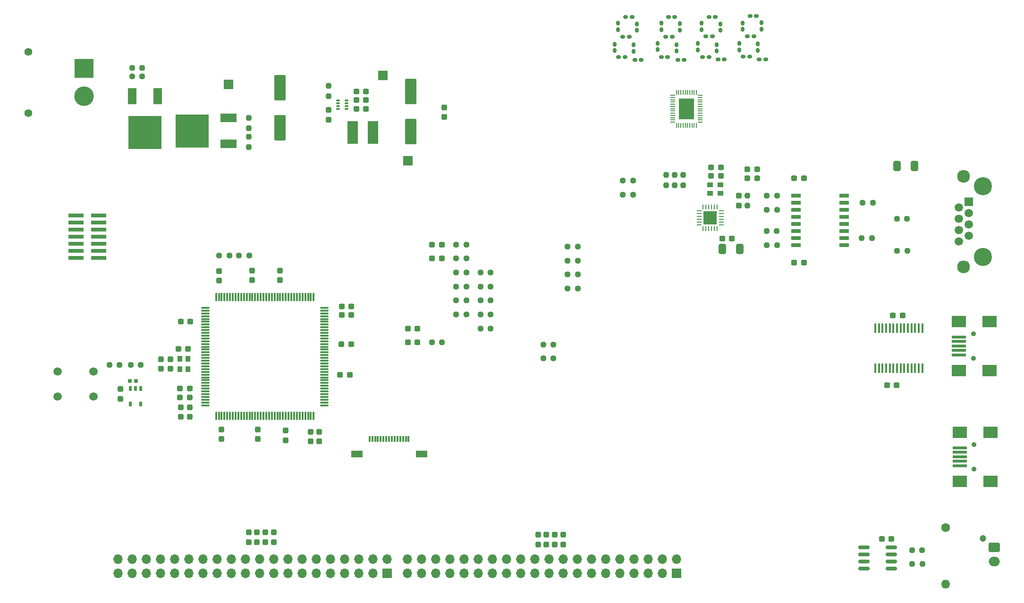
<source format=gbr>
%TF.GenerationSoftware,KiCad,Pcbnew,8.0.5*%
%TF.CreationDate,2024-09-23T23:51:48+09:00*%
%TF.ProjectId,MCU_Unit,4d43555f-556e-4697-942e-6b696361645f,rev?*%
%TF.SameCoordinates,Original*%
%TF.FileFunction,Soldermask,Top*%
%TF.FilePolarity,Negative*%
%FSLAX46Y46*%
G04 Gerber Fmt 4.6, Leading zero omitted, Abs format (unit mm)*
G04 Created by KiCad (PCBNEW 8.0.5) date 2024-09-23 23:51:48*
%MOMM*%
%LPD*%
G01*
G04 APERTURE LIST*
G04 Aperture macros list*
%AMRoundRect*
0 Rectangle with rounded corners*
0 $1 Rounding radius*
0 $2 $3 $4 $5 $6 $7 $8 $9 X,Y pos of 4 corners*
0 Add a 4 corners polygon primitive as box body*
4,1,4,$2,$3,$4,$5,$6,$7,$8,$9,$2,$3,0*
0 Add four circle primitives for the rounded corners*
1,1,$1+$1,$2,$3*
1,1,$1+$1,$4,$5*
1,1,$1+$1,$6,$7*
1,1,$1+$1,$8,$9*
0 Add four rect primitives between the rounded corners*
20,1,$1+$1,$2,$3,$4,$5,0*
20,1,$1+$1,$4,$5,$6,$7,0*
20,1,$1+$1,$6,$7,$8,$9,0*
20,1,$1+$1,$8,$9,$2,$3,0*%
G04 Aperture macros list end*
%ADD10R,1.700000X0.750000*%
%ADD11C,1.500000*%
%ADD12R,3.000000X1.600000*%
%ADD13R,6.000000X6.000000*%
%ADD14R,1.600000X3.000000*%
%ADD15R,1.850000X4.100000*%
%ADD16R,2.790000X0.740000*%
%ADD17R,1.700000X1.700000*%
%ADD18O,1.700000X1.700000*%
%ADD19R,0.300000X1.000000*%
%ADD20R,2.000000X1.300000*%
%ADD21R,0.600000X0.900000*%
%ADD22C,3.250000*%
%ADD23R,1.500000X1.500000*%
%ADD24C,2.300000*%
%ADD25RoundRect,0.160000X-0.222500X-0.160000X0.222500X-0.160000X0.222500X0.160000X-0.222500X0.160000X0*%
%ADD26RoundRect,0.160000X0.160000X-0.222500X0.160000X0.222500X-0.160000X0.222500X-0.160000X-0.222500X0*%
%ADD27RoundRect,0.237500X0.287500X0.237500X-0.287500X0.237500X-0.287500X-0.237500X0.287500X-0.237500X0*%
%ADD28R,0.950000X1.050000*%
%ADD29R,0.450000X1.750000*%
%ADD30RoundRect,0.050000X0.362500X0.050000X-0.362500X0.050000X-0.362500X-0.050000X0.362500X-0.050000X0*%
%ADD31RoundRect,0.050000X0.050000X0.362500X-0.050000X0.362500X-0.050000X-0.362500X0.050000X-0.362500X0*%
%ADD32R,2.800000X3.800000*%
%ADD33RoundRect,0.150000X-0.825000X-0.150000X0.825000X-0.150000X0.825000X0.150000X-0.825000X0.150000X0*%
%ADD34RoundRect,0.050000X-0.285000X-0.100000X0.285000X-0.100000X0.285000X0.100000X-0.285000X0.100000X0*%
%ADD35R,1.050000X0.950000*%
%ADD36RoundRect,0.062500X-0.062500X0.325000X-0.062500X-0.325000X0.062500X-0.325000X0.062500X0.325000X0*%
%ADD37RoundRect,0.062500X-0.325000X0.062500X-0.325000X-0.062500X0.325000X-0.062500X0.325000X0.062500X0*%
%ADD38R,2.450000X2.450000*%
%ADD39RoundRect,0.075000X-0.662500X-0.075000X0.662500X-0.075000X0.662500X0.075000X-0.662500X0.075000X0*%
%ADD40RoundRect,0.075000X-0.075000X-0.662500X0.075000X-0.662500X0.075000X0.662500X-0.075000X0.662500X0*%
%ADD41RoundRect,0.237500X-0.250000X-0.237500X0.250000X-0.237500X0.250000X0.237500X-0.250000X0.237500X0*%
%ADD42RoundRect,0.237500X-0.237500X0.250000X-0.237500X-0.250000X0.237500X-0.250000X0.237500X0.250000X0*%
%ADD43C,1.600000*%
%ADD44O,1.600000X1.600000*%
%ADD45RoundRect,0.237500X0.250000X0.237500X-0.250000X0.237500X-0.250000X-0.237500X0.250000X-0.237500X0*%
%ADD46RoundRect,0.237500X0.237500X-0.250000X0.237500X0.250000X-0.237500X0.250000X-0.237500X-0.250000X0*%
%ADD47C,1.400000*%
%ADD48R,3.500000X3.500000*%
%ADD49C,3.500000*%
%ADD50C,0.900000*%
%ADD51R,2.500000X0.500000*%
%ADD52R,2.500000X2.000000*%
%ADD53C,1.200000*%
%ADD54RoundRect,0.250000X-0.750000X0.600000X-0.750000X-0.600000X0.750000X-0.600000X0.750000X0.600000X0*%
%ADD55O,2.000000X1.700000*%
%ADD56RoundRect,0.237500X-0.287500X-0.237500X0.287500X-0.237500X0.287500X0.237500X-0.287500X0.237500X0*%
%ADD57RoundRect,0.237500X-0.237500X0.300000X-0.237500X-0.300000X0.237500X-0.300000X0.237500X0.300000X0*%
%ADD58RoundRect,0.237500X0.237500X-0.300000X0.237500X0.300000X-0.237500X0.300000X-0.237500X-0.300000X0*%
%ADD59RoundRect,0.237500X0.300000X0.237500X-0.300000X0.237500X-0.300000X-0.237500X0.300000X-0.237500X0*%
%ADD60RoundRect,0.237500X-0.300000X-0.237500X0.300000X-0.237500X0.300000X0.237500X-0.300000X0.237500X0*%
%ADD61RoundRect,0.250001X-0.799999X1.999999X-0.799999X-1.999999X0.799999X-1.999999X0.799999X1.999999X0*%
%ADD62RoundRect,0.250001X0.799999X-1.999999X0.799999X1.999999X-0.799999X1.999999X-0.799999X-1.999999X0*%
%ADD63RoundRect,0.250000X-0.412500X-0.650000X0.412500X-0.650000X0.412500X0.650000X-0.412500X0.650000X0*%
%ADD64RoundRect,0.155000X0.212500X0.155000X-0.212500X0.155000X-0.212500X-0.155000X0.212500X-0.155000X0*%
G04 APERTURE END LIST*
D10*
%TO.C,T1*%
X176250000Y-60505000D03*
X176250000Y-61775000D03*
X176250000Y-63045000D03*
X176250000Y-64315000D03*
X176250000Y-65585000D03*
X176250000Y-66855000D03*
X176250000Y-68125000D03*
X176250000Y-69395000D03*
X167650000Y-69395000D03*
X167650000Y-68125000D03*
X167650000Y-66855000D03*
X167650000Y-65585000D03*
X167650000Y-64315000D03*
X167650000Y-63045000D03*
X167650000Y-61775000D03*
X167650000Y-60505000D03*
%TD*%
D11*
%TO.C,S1*%
X35200000Y-92050000D03*
X41700000Y-92050000D03*
X35200000Y-96550000D03*
X41700000Y-96550000D03*
%TD*%
D12*
%TO.C,Q2*%
X65900000Y-51175000D03*
D13*
X59400000Y-48875000D03*
D12*
X65900000Y-46575000D03*
%TD*%
D14*
%TO.C,Q1*%
X53200000Y-42625000D03*
D13*
X50900000Y-49125000D03*
D14*
X48600000Y-42625000D03*
%TD*%
D15*
%TO.C,L1*%
X88125000Y-49150000D03*
X91775000Y-49150000D03*
%TD*%
D16*
%TO.C,J12*%
X38564355Y-64076075D03*
X42634355Y-64076075D03*
X38564355Y-65346075D03*
X42634355Y-65346075D03*
X38564355Y-66616075D03*
X42634355Y-66616075D03*
X38564355Y-67886075D03*
X42634355Y-67886075D03*
X38564355Y-69156075D03*
X42634355Y-69156075D03*
X38564355Y-70426075D03*
X42634355Y-70426075D03*
X38564355Y-71696075D03*
X42634355Y-71696075D03*
%TD*%
D17*
%TO.C,J10*%
X94370000Y-128287500D03*
D18*
X94370000Y-125747500D03*
X91830000Y-128287500D03*
X91830000Y-125747500D03*
X89290000Y-128287500D03*
X89290000Y-125747500D03*
X86750000Y-128287500D03*
X86750000Y-125747500D03*
X84210000Y-128287500D03*
X84210000Y-125747500D03*
X81670000Y-128287500D03*
X81670000Y-125747500D03*
X79130000Y-128287500D03*
X79130000Y-125747500D03*
X76590000Y-128287500D03*
X76590000Y-125747500D03*
X74050000Y-128287500D03*
X74050000Y-125747500D03*
X71510000Y-128287500D03*
X71510000Y-125747500D03*
X68970000Y-128287500D03*
X68970000Y-125747500D03*
X66430000Y-128287500D03*
X66430000Y-125747500D03*
X63890000Y-128287500D03*
X63890000Y-125747500D03*
X61350000Y-128287500D03*
X61350000Y-125747500D03*
X58810000Y-128287500D03*
X58810000Y-125747500D03*
X56270000Y-128287500D03*
X56270000Y-125747500D03*
X53730000Y-128287500D03*
X53730000Y-125747500D03*
X51190000Y-128287500D03*
X51190000Y-125747500D03*
X48650000Y-128287500D03*
X48650000Y-125747500D03*
X46110000Y-128287500D03*
X46110000Y-125747500D03*
%TD*%
D19*
%TO.C,J8*%
X91175000Y-104175000D03*
X91675000Y-104175000D03*
X92175000Y-104175000D03*
X92675000Y-104175000D03*
X93175000Y-104175000D03*
X93675000Y-104175000D03*
X94175000Y-104175000D03*
X94675000Y-104175000D03*
X95175000Y-104175000D03*
X95675000Y-104175000D03*
X96175000Y-104175000D03*
X96675000Y-104175000D03*
X97175000Y-104175000D03*
X97675000Y-104175000D03*
X98175000Y-104175000D03*
D20*
X88875000Y-106875000D03*
X100475000Y-106875000D03*
%TD*%
D18*
%TO.C,J6*%
X97970000Y-125750000D03*
X97970000Y-128290000D03*
X100510000Y-125750000D03*
X100510000Y-128290000D03*
X103050000Y-125750000D03*
X103050000Y-128290000D03*
X105590000Y-125750000D03*
X105590000Y-128290000D03*
X108130000Y-125750000D03*
X108130000Y-128290000D03*
X110670000Y-125750000D03*
X110670000Y-128290000D03*
X113210000Y-125750000D03*
X113210000Y-128290000D03*
X115750000Y-125750000D03*
X115750000Y-128290000D03*
X118290000Y-125750000D03*
X118290000Y-128290000D03*
X120830000Y-125750000D03*
X120830000Y-128290000D03*
X123370000Y-125750000D03*
X123370000Y-128290000D03*
X125910000Y-125750000D03*
X125910000Y-128290000D03*
X128450000Y-125750000D03*
X128450000Y-128290000D03*
X130990000Y-125750000D03*
X130990000Y-128290000D03*
X133530000Y-125750000D03*
X133530000Y-128290000D03*
X136070000Y-125750000D03*
X136070000Y-128290000D03*
X138610000Y-125750000D03*
X138610000Y-128290000D03*
X141150000Y-125750000D03*
X141150000Y-128290000D03*
X143690000Y-125750000D03*
X143690000Y-128290000D03*
X146230000Y-125750000D03*
D17*
X146230000Y-128290000D03*
%TD*%
D21*
%TO.C,IC1*%
X50150000Y-95150000D03*
X49200000Y-95150000D03*
X48250000Y-95150000D03*
X48250000Y-97950000D03*
X50150000Y-97950000D03*
%TD*%
D22*
%TO.C,J1*%
X201170000Y-58798000D03*
X201170000Y-71498000D03*
D23*
X198630000Y-61588000D03*
D11*
X196850000Y-62604000D03*
X198630000Y-63620000D03*
X196850000Y-64636000D03*
X198630000Y-65652000D03*
X196850000Y-66668000D03*
X198630000Y-67684000D03*
X196850000Y-68700000D03*
D24*
X197740000Y-57018000D03*
X197740000Y-73278000D03*
%TD*%
D25*
%TO.C,D11*%
X161055000Y-36037500D03*
X162200000Y-36037500D03*
%TD*%
%TO.C,D10*%
X158955000Y-31887500D03*
X160100000Y-31887500D03*
%TD*%
D26*
%TO.C,D9*%
X158077500Y-30660000D03*
X158077500Y-29515000D03*
%TD*%
%TO.C,D8*%
X157527500Y-34310000D03*
X157527500Y-33165000D03*
%TD*%
D25*
%TO.C,D7*%
X158205000Y-35537500D03*
X159350000Y-35537500D03*
%TD*%
D26*
%TO.C,D6*%
X160827500Y-34410000D03*
X160827500Y-33265000D03*
%TD*%
%TO.C,D5*%
X161477500Y-30610000D03*
X161477500Y-29465000D03*
%TD*%
D25*
%TO.C,D4*%
X159405000Y-28237500D03*
X160550000Y-28237500D03*
%TD*%
%TO.C,D35*%
X138750000Y-36087500D03*
X139895000Y-36087500D03*
%TD*%
%TO.C,D34*%
X136600000Y-31937500D03*
X137745000Y-31937500D03*
%TD*%
D26*
%TO.C,D33*%
X135750000Y-30682500D03*
X135750000Y-29537500D03*
%TD*%
%TO.C,D32*%
X135150000Y-34432500D03*
X135150000Y-33287500D03*
%TD*%
D25*
%TO.C,D31*%
X135850000Y-35637500D03*
X136995000Y-35637500D03*
%TD*%
D26*
%TO.C,D30*%
X138500000Y-34560000D03*
X138500000Y-33415000D03*
%TD*%
%TO.C,D29*%
X139150000Y-30810000D03*
X139150000Y-29665000D03*
%TD*%
D25*
%TO.C,D28*%
X137100000Y-28437500D03*
X138245000Y-28437500D03*
%TD*%
%TO.C,D27*%
X146455000Y-36087500D03*
X147600000Y-36087500D03*
%TD*%
%TO.C,D26*%
X144300000Y-31937500D03*
X145445000Y-31937500D03*
%TD*%
D26*
%TO.C,D25*%
X143500000Y-30682500D03*
X143500000Y-29537500D03*
%TD*%
%TO.C,D24*%
X142850000Y-34282500D03*
X142850000Y-33137500D03*
%TD*%
D25*
%TO.C,D23*%
X143500000Y-35637500D03*
X144645000Y-35637500D03*
%TD*%
D26*
%TO.C,D22*%
X146200000Y-34532500D03*
X146200000Y-33387500D03*
%TD*%
%TO.C,D21*%
X146800000Y-30782500D03*
X146800000Y-29637500D03*
%TD*%
D25*
%TO.C,D20*%
X144750000Y-28437500D03*
X145895000Y-28437500D03*
%TD*%
%TO.C,D19*%
X153655000Y-36037500D03*
X154800000Y-36037500D03*
%TD*%
%TO.C,D18*%
X151515316Y-31928719D03*
X152660316Y-31928719D03*
%TD*%
D26*
%TO.C,D17*%
X150715316Y-30673719D03*
X150715316Y-29528719D03*
%TD*%
%TO.C,D16*%
X150015316Y-34323719D03*
X150015316Y-33178719D03*
%TD*%
D25*
%TO.C,D15*%
X152057816Y-35628719D03*
X150912816Y-35628719D03*
%TD*%
D26*
%TO.C,D14*%
X153415316Y-34551219D03*
X153415316Y-33406219D03*
%TD*%
%TO.C,D13*%
X154115316Y-30823719D03*
X154115316Y-29678719D03*
%TD*%
D25*
%TO.C,D12*%
X152062816Y-28378719D03*
X153207816Y-28378719D03*
%TD*%
D27*
%TO.C,D2*%
X160675000Y-55800000D03*
X158925000Y-55800000D03*
%TD*%
%TO.C,D1*%
X160675000Y-57400000D03*
X158925000Y-57400000D03*
%TD*%
D28*
%TO.C,U8*%
X57175000Y-89775000D03*
X57175000Y-91625000D03*
X58625000Y-91625000D03*
X58625000Y-89775000D03*
%TD*%
D29*
%TO.C,U7*%
X181875000Y-91500000D03*
X182525000Y-91500000D03*
X183175000Y-91500000D03*
X183825000Y-91500000D03*
X184475000Y-91500000D03*
X185125000Y-91500000D03*
X185775000Y-91500000D03*
X186425000Y-91500000D03*
X187075000Y-91500000D03*
X187725000Y-91500000D03*
X188375000Y-91500000D03*
X189025000Y-91500000D03*
X189675000Y-91500000D03*
X190325000Y-91500000D03*
X190325000Y-84300000D03*
X189675000Y-84300000D03*
X189025000Y-84300000D03*
X188375000Y-84300000D03*
X187725000Y-84300000D03*
X187075000Y-84300000D03*
X186425000Y-84300000D03*
X185775000Y-84300000D03*
X185125000Y-84300000D03*
X184475000Y-84300000D03*
X183825000Y-84300000D03*
X183175000Y-84300000D03*
X182525000Y-84300000D03*
X181875000Y-84300000D03*
%TD*%
D30*
%TO.C,U6*%
X150462500Y-47300000D03*
X150462500Y-46900000D03*
X150462500Y-46500000D03*
X150462500Y-46100000D03*
X150462500Y-45700000D03*
X150462500Y-45300000D03*
X150462500Y-44900000D03*
X150462500Y-44500000D03*
X150462500Y-44100000D03*
X150462500Y-43700000D03*
X150462500Y-43300000D03*
X150462500Y-42900000D03*
X150462500Y-42500000D03*
D31*
X149800000Y-41937500D03*
X149400000Y-41937500D03*
X149000000Y-41937500D03*
X148600000Y-41937500D03*
X148200000Y-41937500D03*
X147800000Y-41937500D03*
X147400000Y-41937500D03*
X147000000Y-41937500D03*
X146600000Y-41937500D03*
X146200000Y-41937500D03*
D30*
X145537500Y-42500000D03*
X145537500Y-42900000D03*
X145537500Y-43300000D03*
X145537500Y-43700000D03*
X145537500Y-44100000D03*
X145537500Y-44500000D03*
X145537500Y-44900000D03*
X145537500Y-45300000D03*
X145537500Y-45700000D03*
X145537500Y-46100000D03*
X145537500Y-46500000D03*
X145537500Y-46900000D03*
X145537500Y-47300000D03*
D31*
X146200000Y-47862500D03*
X146600000Y-47862500D03*
X147000000Y-47862500D03*
X147400000Y-47862500D03*
X147800000Y-47862500D03*
X148200000Y-47862500D03*
X148600000Y-47862500D03*
X149000000Y-47862500D03*
X149400000Y-47862500D03*
X149800000Y-47862500D03*
D32*
X148000000Y-44900000D03*
%TD*%
D33*
%TO.C,U5*%
X179829173Y-123692996D03*
X179829173Y-124962996D03*
X179829173Y-126232996D03*
X179829173Y-127502996D03*
X184779173Y-127502996D03*
X184779173Y-126232996D03*
X184779173Y-124962996D03*
X184779173Y-123692996D03*
%TD*%
D34*
%TO.C,U4*%
X85560000Y-43387500D03*
X85560000Y-43887500D03*
X85560000Y-44387500D03*
X85560000Y-44887500D03*
X87040000Y-44887500D03*
X87040000Y-44387500D03*
X87040000Y-43887500D03*
X87040000Y-43387500D03*
%TD*%
D35*
%TO.C,U3*%
X154100000Y-58600000D03*
X152250000Y-58600000D03*
X152250000Y-60050000D03*
X154100000Y-60050000D03*
%TD*%
D36*
%TO.C,U2*%
X153500000Y-62500000D03*
X153000000Y-62500000D03*
X152500000Y-62500000D03*
X152000000Y-62500000D03*
X151500000Y-62500000D03*
X151000000Y-62500000D03*
D37*
X150262500Y-63237500D03*
X150262500Y-63737500D03*
X150262500Y-64237500D03*
X150262500Y-64737500D03*
X150262500Y-65237500D03*
X150262500Y-65737500D03*
D36*
X151000000Y-66475000D03*
X151500000Y-66475000D03*
X152000000Y-66475000D03*
X152500000Y-66475000D03*
X153000000Y-66475000D03*
X153500000Y-66475000D03*
D37*
X154237500Y-65737500D03*
X154237500Y-65237500D03*
X154237500Y-64737500D03*
X154237500Y-64237500D03*
X154237500Y-63737500D03*
X154237500Y-63237500D03*
D38*
X152250000Y-64487500D03*
%TD*%
D39*
%TO.C,U1*%
X61737500Y-80650000D03*
X61737500Y-81150000D03*
X61737500Y-81650000D03*
X61737500Y-82150000D03*
X61737500Y-82650000D03*
X61737500Y-83150000D03*
X61737500Y-83650000D03*
X61737500Y-84150000D03*
X61737500Y-84650000D03*
X61737500Y-85150000D03*
X61737500Y-85650000D03*
X61737500Y-86150000D03*
X61737500Y-86650000D03*
X61737500Y-87150000D03*
X61737500Y-87650000D03*
X61737500Y-88150000D03*
X61737500Y-88650000D03*
X61737500Y-89150000D03*
X61737500Y-89650000D03*
X61737500Y-90150000D03*
X61737500Y-90650000D03*
X61737500Y-91150000D03*
X61737500Y-91650000D03*
X61737500Y-92150000D03*
X61737500Y-92650000D03*
X61737500Y-93150000D03*
X61737500Y-93650000D03*
X61737500Y-94150000D03*
X61737500Y-94650000D03*
X61737500Y-95150000D03*
X61737500Y-95650000D03*
X61737500Y-96150000D03*
X61737500Y-96650000D03*
X61737500Y-97150000D03*
X61737500Y-97650000D03*
X61737500Y-98150000D03*
D40*
X63650000Y-100062500D03*
X64150000Y-100062500D03*
X64650000Y-100062500D03*
X65150000Y-100062500D03*
X65650000Y-100062500D03*
X66150000Y-100062500D03*
X66650000Y-100062500D03*
X67150000Y-100062500D03*
X67650000Y-100062500D03*
X68150000Y-100062500D03*
X68650000Y-100062500D03*
X69150000Y-100062500D03*
X69650000Y-100062500D03*
X70150000Y-100062500D03*
X70650000Y-100062500D03*
X71150000Y-100062500D03*
X71650000Y-100062500D03*
X72150000Y-100062500D03*
X72650000Y-100062500D03*
X73150000Y-100062500D03*
X73650000Y-100062500D03*
X74150000Y-100062500D03*
X74650000Y-100062500D03*
X75150000Y-100062500D03*
X75650000Y-100062500D03*
X76150000Y-100062500D03*
X76650000Y-100062500D03*
X77150000Y-100062500D03*
X77650000Y-100062500D03*
X78150000Y-100062500D03*
X78650000Y-100062500D03*
X79150000Y-100062500D03*
X79650000Y-100062500D03*
X80150000Y-100062500D03*
X80650000Y-100062500D03*
X81150000Y-100062500D03*
D39*
X83062500Y-98150000D03*
X83062500Y-97650000D03*
X83062500Y-97150000D03*
X83062500Y-96650000D03*
X83062500Y-96150000D03*
X83062500Y-95650000D03*
X83062500Y-95150000D03*
X83062500Y-94650000D03*
X83062500Y-94150000D03*
X83062500Y-93650000D03*
X83062500Y-93150000D03*
X83062500Y-92650000D03*
X83062500Y-92150000D03*
X83062500Y-91650000D03*
X83062500Y-91150000D03*
X83062500Y-90650000D03*
X83062500Y-90150000D03*
X83062500Y-89650000D03*
X83062500Y-89150000D03*
X83062500Y-88650000D03*
X83062500Y-88150000D03*
X83062500Y-87650000D03*
X83062500Y-87150000D03*
X83062500Y-86650000D03*
X83062500Y-86150000D03*
X83062500Y-85650000D03*
X83062500Y-85150000D03*
X83062500Y-84650000D03*
X83062500Y-84150000D03*
X83062500Y-83650000D03*
X83062500Y-83150000D03*
X83062500Y-82650000D03*
X83062500Y-82150000D03*
X83062500Y-81650000D03*
X83062500Y-81150000D03*
X83062500Y-80650000D03*
D40*
X81150000Y-78737500D03*
X80650000Y-78737500D03*
X80150000Y-78737500D03*
X79650000Y-78737500D03*
X79150000Y-78737500D03*
X78650000Y-78737500D03*
X78150000Y-78737500D03*
X77650000Y-78737500D03*
X77150000Y-78737500D03*
X76650000Y-78737500D03*
X76150000Y-78737500D03*
X75650000Y-78737500D03*
X75150000Y-78737500D03*
X74650000Y-78737500D03*
X74150000Y-78737500D03*
X73650000Y-78737500D03*
X73150000Y-78737500D03*
X72650000Y-78737500D03*
X72150000Y-78737500D03*
X71650000Y-78737500D03*
X71150000Y-78737500D03*
X70650000Y-78737500D03*
X70150000Y-78737500D03*
X69650000Y-78737500D03*
X69150000Y-78737500D03*
X68650000Y-78737500D03*
X68150000Y-78737500D03*
X67650000Y-78737500D03*
X67150000Y-78737500D03*
X66650000Y-78737500D03*
X66150000Y-78737500D03*
X65650000Y-78737500D03*
X65150000Y-78737500D03*
X64650000Y-78737500D03*
X64150000Y-78737500D03*
X63650000Y-78737500D03*
%TD*%
D41*
%TO.C,R44*%
X136575000Y-60300000D03*
X138400000Y-60300000D03*
%TD*%
%TO.C,R43*%
X136575000Y-57790000D03*
X138400000Y-57790000D03*
%TD*%
D42*
%TO.C,R42*%
X147450000Y-56800000D03*
X147450000Y-58625000D03*
%TD*%
D43*
%TO.C,R41*%
X194500000Y-120120000D03*
D44*
X194500000Y-130280000D03*
%TD*%
D41*
%TO.C,R40*%
X188487500Y-126660000D03*
X190312500Y-126660000D03*
%TD*%
%TO.C,R39*%
X188450000Y-124150000D03*
X190275000Y-124150000D03*
%TD*%
%TO.C,R38*%
X126687500Y-77190000D03*
X128512500Y-77190000D03*
%TD*%
%TO.C,R37*%
X126687500Y-74680000D03*
X128512500Y-74680000D03*
%TD*%
%TO.C,R36*%
X126687500Y-72170000D03*
X128512500Y-72170000D03*
%TD*%
D42*
%TO.C,R35*%
X145890000Y-56787500D03*
X145890000Y-58612500D03*
%TD*%
%TO.C,R34*%
X144350000Y-56787500D03*
X144350000Y-58612500D03*
%TD*%
D41*
%TO.C,R33*%
X126687500Y-69660000D03*
X128512500Y-69660000D03*
%TD*%
D42*
%TO.C,R32*%
X69500000Y-49925000D03*
X69500000Y-51750000D03*
%TD*%
%TO.C,R31*%
X69500000Y-46562500D03*
X69500000Y-48387500D03*
%TD*%
D45*
%TO.C,R30*%
X50412500Y-37525000D03*
X48587500Y-37525000D03*
%TD*%
D41*
%TO.C,R29*%
X48587500Y-39075000D03*
X50412500Y-39075000D03*
%TD*%
%TO.C,R28*%
X122337500Y-89740000D03*
X124162500Y-89740000D03*
%TD*%
%TO.C,R27*%
X122337500Y-87230000D03*
X124162500Y-87230000D03*
%TD*%
D46*
%TO.C,R26*%
X83800000Y-42612500D03*
X83800000Y-40787500D03*
%TD*%
D41*
%TO.C,R25*%
X111050000Y-84360000D03*
X112875000Y-84360000D03*
%TD*%
%TO.C,R24*%
X111050000Y-81850000D03*
X112875000Y-81850000D03*
%TD*%
%TO.C,R23*%
X111050000Y-79340000D03*
X112875000Y-79340000D03*
%TD*%
%TO.C,R22*%
X111050000Y-76830000D03*
X112875000Y-76830000D03*
%TD*%
%TO.C,R21*%
X111050000Y-74320000D03*
X112875000Y-74320000D03*
%TD*%
%TO.C,R20*%
X162400000Y-60500000D03*
X164225000Y-60500000D03*
%TD*%
%TO.C,R19*%
X162400000Y-63050000D03*
X164225000Y-63050000D03*
%TD*%
%TO.C,R18*%
X164200000Y-66850000D03*
X162375000Y-66850000D03*
%TD*%
%TO.C,R17*%
X162425000Y-69400000D03*
X164250000Y-69400000D03*
%TD*%
%TO.C,R16*%
X106700000Y-81850000D03*
X108525000Y-81850000D03*
%TD*%
%TO.C,R15*%
X106700000Y-79340000D03*
X108525000Y-79340000D03*
%TD*%
%TO.C,R14*%
X106700000Y-76830000D03*
X108525000Y-76830000D03*
%TD*%
%TO.C,R13*%
X106700000Y-74320000D03*
X108525000Y-74320000D03*
%TD*%
%TO.C,R12*%
X106700000Y-71810000D03*
X108525000Y-71810000D03*
%TD*%
%TO.C,R11*%
X106700000Y-69300000D03*
X108525000Y-69300000D03*
%TD*%
%TO.C,R10*%
X102350000Y-86870000D03*
X104175000Y-86870000D03*
%TD*%
D46*
%TO.C,R9*%
X158900000Y-62312500D03*
X158900000Y-60487500D03*
%TD*%
D45*
%TO.C,R8*%
X187612500Y-70450000D03*
X185787500Y-70450000D03*
%TD*%
%TO.C,R7*%
X187562500Y-64650000D03*
X185737500Y-64650000D03*
%TD*%
D41*
%TO.C,R6*%
X179587500Y-61750000D03*
X181412500Y-61750000D03*
%TD*%
%TO.C,R5*%
X179450000Y-68150000D03*
X181275000Y-68150000D03*
%TD*%
%TO.C,R4*%
X64200000Y-71300000D03*
X66025000Y-71300000D03*
%TD*%
%TO.C,R3*%
X67750000Y-71300000D03*
X69575000Y-71300000D03*
%TD*%
D45*
%TO.C,R2*%
X46362500Y-90900000D03*
X44537500Y-90900000D03*
%TD*%
D41*
%TO.C,R1*%
X48337500Y-90900000D03*
X50162500Y-90900000D03*
%TD*%
D47*
%TO.C,J13*%
X29975000Y-45650000D03*
X29975000Y-34650000D03*
D48*
X39975000Y-37650000D03*
D49*
X39975000Y-42650000D03*
%TD*%
D50*
%TO.C,J9*%
X199475000Y-89700000D03*
X199475000Y-85300000D03*
D51*
X196875000Y-89100000D03*
X196875000Y-88300000D03*
X196875000Y-87500000D03*
X196875000Y-86700000D03*
X196875000Y-85900000D03*
D52*
X196875000Y-91900000D03*
X202375000Y-91900000D03*
X196875000Y-83100000D03*
X202375000Y-83100000D03*
%TD*%
D50*
%TO.C,J7*%
X199600000Y-109600000D03*
X199600000Y-105200000D03*
D51*
X197000000Y-109000000D03*
X197000000Y-108200000D03*
X197000000Y-107400000D03*
X197000000Y-106600000D03*
X197000000Y-105800000D03*
D52*
X197000000Y-111800000D03*
X202500000Y-111800000D03*
X197000000Y-103000000D03*
X202500000Y-103000000D03*
%TD*%
D17*
%TO.C,J5*%
X65900000Y-40559432D03*
%TD*%
%TO.C,J4*%
X93596418Y-38917639D03*
%TD*%
%TO.C,J3*%
X98064321Y-54275169D03*
%TD*%
D53*
%TO.C,J2*%
X201200000Y-122100000D03*
D54*
X203200000Y-123700000D03*
D55*
X203200000Y-126200000D03*
%TD*%
D56*
%TO.C,FB2*%
X102387500Y-71810000D03*
X104137500Y-71810000D03*
%TD*%
D27*
%TO.C,FB1*%
X58950000Y-96750000D03*
X57200000Y-96750000D03*
%TD*%
D57*
%TO.C,C50*%
X55450000Y-89887500D03*
X55450000Y-91612500D03*
%TD*%
%TO.C,C49*%
X53800000Y-89887500D03*
X53800000Y-91612500D03*
%TD*%
D58*
%TO.C,C48*%
X72500000Y-122725000D03*
X72500000Y-121000000D03*
%TD*%
%TO.C,C47*%
X71000000Y-122725000D03*
X71000000Y-121000000D03*
%TD*%
%TO.C,C46*%
X69500000Y-122725000D03*
X69500000Y-121000000D03*
%TD*%
D59*
%TO.C,C45*%
X184762500Y-122150000D03*
X183037500Y-122150000D03*
%TD*%
D58*
%TO.C,C44*%
X74000000Y-122725000D03*
X74000000Y-121000000D03*
%TD*%
%TO.C,C42*%
X124400000Y-121400000D03*
X124400000Y-123125000D03*
%TD*%
%TO.C,C41*%
X121380000Y-121405000D03*
X121380000Y-123130000D03*
%TD*%
D59*
%TO.C,C39*%
X186762500Y-82000000D03*
X185037500Y-82000000D03*
%TD*%
D60*
%TO.C,C38*%
X183951151Y-94517380D03*
X185676151Y-94517380D03*
%TD*%
D61*
%TO.C,C37*%
X75150000Y-41150000D03*
X75150000Y-48350000D03*
%TD*%
D60*
%TO.C,C36*%
X86205722Y-81887888D03*
X87930722Y-81887888D03*
%TD*%
D57*
%TO.C,C35*%
X80650000Y-102900000D03*
X80650000Y-104625000D03*
%TD*%
D62*
%TO.C,C34*%
X98550000Y-49000000D03*
X98550000Y-41800000D03*
%TD*%
D58*
%TO.C,C33*%
X104600000Y-46362500D03*
X104600000Y-44637500D03*
%TD*%
D59*
%TO.C,C32*%
X90512500Y-41800000D03*
X88787500Y-41800000D03*
%TD*%
%TO.C,C31*%
X90525000Y-44900000D03*
X88800000Y-44900000D03*
%TD*%
D60*
%TO.C,C30*%
X88787500Y-43350000D03*
X90512500Y-43350000D03*
%TD*%
D57*
%TO.C,C29*%
X83810000Y-45125000D03*
X83810000Y-46850000D03*
%TD*%
D60*
%TO.C,C28*%
X102400000Y-69300000D03*
X104125000Y-69300000D03*
%TD*%
%TO.C,C27*%
X98050000Y-86870000D03*
X99775000Y-86870000D03*
%TD*%
%TO.C,C26*%
X98050000Y-84360000D03*
X99775000Y-84360000D03*
%TD*%
D63*
%TO.C,C25*%
X154479608Y-70112027D03*
X157604608Y-70112027D03*
%TD*%
D60*
%TO.C,C24*%
X154400000Y-68200000D03*
X156125000Y-68200000D03*
%TD*%
D58*
%TO.C,C23*%
X157400000Y-62262500D03*
X157400000Y-60537500D03*
%TD*%
D59*
%TO.C,C22*%
X154162500Y-55450000D03*
X152437500Y-55450000D03*
%TD*%
%TO.C,C21*%
X154162500Y-56950000D03*
X152437500Y-56950000D03*
%TD*%
%TO.C,C20*%
X169062500Y-57400000D03*
X167337500Y-57400000D03*
%TD*%
%TO.C,C19*%
X169062500Y-72500000D03*
X167337500Y-72500000D03*
%TD*%
D63*
%TO.C,C18*%
X185737500Y-55150000D03*
X188862500Y-55150000D03*
%TD*%
D57*
%TO.C,C17*%
X57350000Y-100225000D03*
X57350000Y-98500000D03*
%TD*%
%TO.C,C16*%
X58900000Y-100225000D03*
X58900000Y-98500000D03*
%TD*%
D64*
%TO.C,C15*%
X49317500Y-93750000D03*
X48182500Y-93750000D03*
%TD*%
D58*
%TO.C,C14*%
X46500000Y-96962500D03*
X46500000Y-95237500D03*
%TD*%
D60*
%TO.C,C13*%
X86150000Y-87150000D03*
X87875000Y-87150000D03*
%TD*%
D58*
%TO.C,C12*%
X64150000Y-75750000D03*
X64150000Y-74025000D03*
%TD*%
%TO.C,C11*%
X70150000Y-75700000D03*
X70150000Y-73975000D03*
%TD*%
%TO.C,C10*%
X75150000Y-75675000D03*
X75150000Y-73950000D03*
%TD*%
D60*
%TO.C,C9*%
X86200000Y-80400000D03*
X87925000Y-80400000D03*
%TD*%
%TO.C,C8*%
X87625000Y-92650000D03*
X85900000Y-92650000D03*
%TD*%
D57*
%TO.C,C7*%
X82150000Y-104625000D03*
X82150000Y-102900000D03*
%TD*%
%TO.C,C6*%
X76150000Y-102700000D03*
X76150000Y-104425000D03*
%TD*%
%TO.C,C5*%
X71150000Y-102487500D03*
X71150000Y-104212500D03*
%TD*%
%TO.C,C4*%
X64650000Y-102487500D03*
X64650000Y-104212500D03*
%TD*%
D59*
%TO.C,C3*%
X58912500Y-95150000D03*
X57187500Y-95150000D03*
%TD*%
%TO.C,C2*%
X58612500Y-88050000D03*
X56887500Y-88050000D03*
%TD*%
%TO.C,C1*%
X59062500Y-83150000D03*
X57337500Y-83150000D03*
%TD*%
D58*
%TO.C,C40*%
X122890000Y-121400000D03*
X122890000Y-123125000D03*
%TD*%
%TO.C,C43*%
X125900000Y-121400000D03*
X125900000Y-123125000D03*
%TD*%
M02*

</source>
